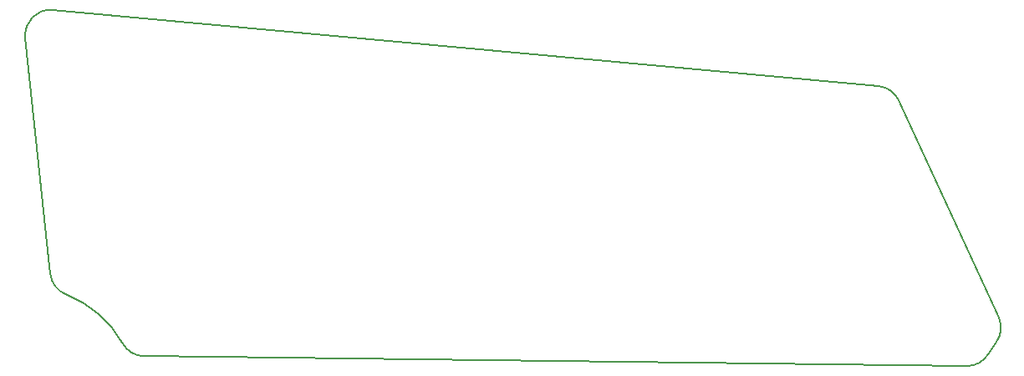
<source format=gm1>
G04 #@! TF.GenerationSoftware,KiCad,Pcbnew,5.0.2-bee76a0~70~ubuntu18.04.1*
G04 #@! TF.CreationDate,2019-04-15T21:30:03-04:00*
G04 #@! TF.ProjectId,dashboard_mk4_rev4,64617368-626f-4617-9264-5f6d6b345f72,6.0*
G04 #@! TF.SameCoordinates,Original*
G04 #@! TF.FileFunction,Profile,NP*
%FSLAX46Y46*%
G04 Gerber Fmt 4.6, Leading zero omitted, Abs format (unit mm)*
G04 Created by KiCad (PCBNEW 5.0.2-bee76a0~70~ubuntu18.04.1) date Mon 15 Apr 2019 09:30:03 PM EDT*
%MOMM*%
%LPD*%
G01*
G04 APERTURE LIST*
%ADD10C,0.200000*%
G04 APERTURE END LIST*
D10*
X169158803Y-137162292D02*
X179267159Y-159117945D01*
X176015413Y-164066465D02*
X92729188Y-163073766D01*
X178973793Y-161728087D02*
G75*
G03X179267159Y-159117945I-2013850J1547903D01*
G01*
X178973794Y-161728088D02*
G75*
G03X178227290Y-162827492I8961638J-6888168D01*
G01*
X169158803Y-137162292D02*
G75*
G03X167085269Y-135695303I-2307216J-1062239D01*
G01*
X83207382Y-154706470D02*
G75*
G03X84810635Y-156807394I2526086J265503D01*
G01*
X167085269Y-135695303D02*
X83450571Y-127968084D01*
X176015412Y-164066465D02*
G75*
G03X178227290Y-162827492I30274J2539820D01*
G01*
X90547453Y-161782396D02*
G75*
G03X92729188Y-163073766I2212007J1248450D01*
G01*
X83450571Y-127968084D02*
G75*
G03X80690803Y-130762814I-233682J-2529228D01*
G01*
X83207383Y-154706470D02*
X80690803Y-130762814D01*
X90547454Y-161782396D02*
G75*
G03X84810635Y-156807394I-9843430J-5555599D01*
G01*
M02*

</source>
